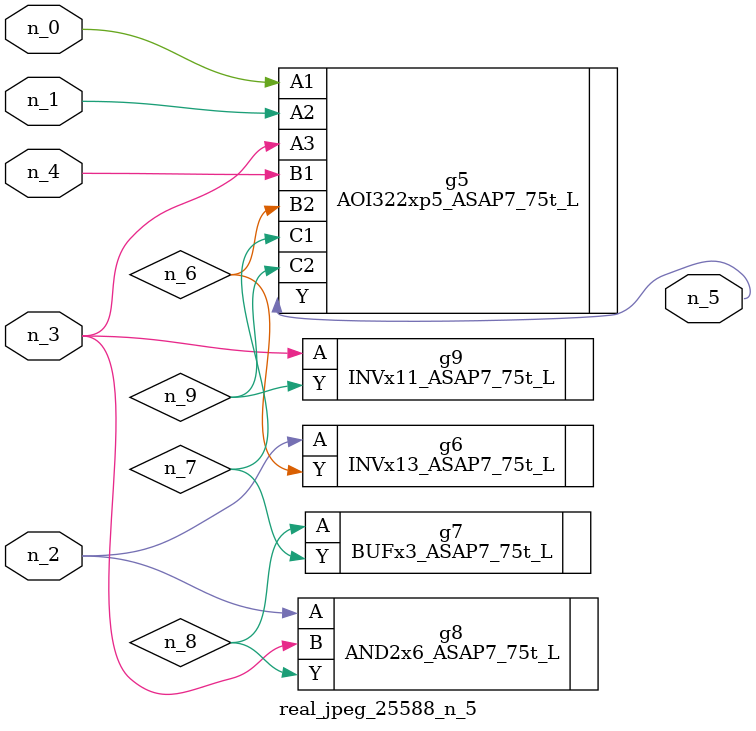
<source format=v>
module real_jpeg_25588_n_5 (n_4, n_0, n_1, n_2, n_3, n_5);

input n_4;
input n_0;
input n_1;
input n_2;
input n_3;

output n_5;

wire n_8;
wire n_6;
wire n_7;
wire n_9;

AOI322xp5_ASAP7_75t_L g5 ( 
.A1(n_0),
.A2(n_1),
.A3(n_3),
.B1(n_4),
.B2(n_6),
.C1(n_7),
.C2(n_9),
.Y(n_5)
);

INVx13_ASAP7_75t_L g6 ( 
.A(n_2),
.Y(n_6)
);

AND2x6_ASAP7_75t_L g8 ( 
.A(n_2),
.B(n_3),
.Y(n_8)
);

INVx11_ASAP7_75t_L g9 ( 
.A(n_3),
.Y(n_9)
);

BUFx3_ASAP7_75t_L g7 ( 
.A(n_8),
.Y(n_7)
);


endmodule
</source>
